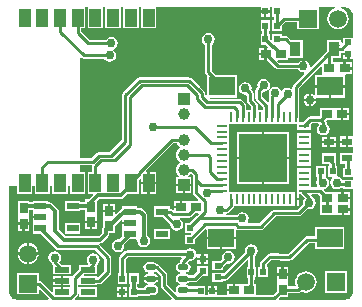
<source format=gtl>
G04*
G04 #@! TF.GenerationSoftware,Altium Limited,Altium Designer,18.0.9 (584)*
G04*
G04 Layer_Physical_Order=1*
G04 Layer_Color=255*
%FSLAX25Y25*%
%MOIN*%
G70*
G01*
G75*
%ADD12C,0.01000*%
%ADD15R,0.01968X0.02362*%
%ADD16R,0.02362X0.01968*%
%ADD17R,0.03543X0.02756*%
%ADD18R,0.08622X0.06299*%
%ADD19R,0.03600X0.04800*%
%ADD20R,0.03543X0.02362*%
%ADD21R,0.02756X0.03543*%
%ADD22R,0.04800X0.02000*%
%ADD23O,0.03740X0.02165*%
%ADD24R,0.03937X0.02362*%
%ADD25R,0.03937X0.05906*%
%ADD26R,0.16142X0.16142*%
%ADD27R,0.03347X0.01102*%
%ADD28R,0.01102X0.03347*%
%ADD49C,0.01200*%
%ADD50C,0.03937*%
%ADD51R,0.03937X0.03937*%
%ADD52C,0.05906*%
%ADD53R,0.05906X0.05906*%
%ADD54R,0.05906X0.05906*%
%ADD55C,0.03000*%
G36*
X213866Y198856D02*
X214407Y198633D01*
X214894Y198307D01*
X215307Y197894D01*
X215633Y197407D01*
X215857Y196867D01*
X215971Y196293D01*
Y188883D01*
X212499D01*
Y187267D01*
X212350Y187154D01*
X211950Y187353D01*
Y188210D01*
X207150D01*
Y184396D01*
X207109Y184355D01*
X207109Y184355D01*
X201793Y179039D01*
X201425Y179236D01*
X201451Y179370D01*
X201288Y180189D01*
X200824Y180884D01*
X200129Y181348D01*
X199710Y181432D01*
Y179370D01*
X198910D01*
Y181432D01*
X198491Y181348D01*
X197796Y180884D01*
X197534Y180492D01*
X191216D01*
X190635Y181072D01*
X190788Y181442D01*
X194191D01*
Y181834D01*
X194250Y182210D01*
X199050D01*
Y188210D01*
X195236D01*
X194313Y189133D01*
X193949Y189376D01*
X193520Y189462D01*
X193520Y189462D01*
X192144D01*
Y190121D01*
X188976D01*
Y188096D01*
X188606Y187943D01*
X188207Y188342D01*
Y190121D01*
X187744D01*
Y191099D01*
X188207D01*
Y194661D01*
X185039D01*
Y191099D01*
X185501D01*
Y190121D01*
X185039D01*
Y186559D01*
X186818D01*
X187609Y185767D01*
X187456Y185398D01*
X187101D01*
Y183420D01*
Y181434D01*
X189958Y178577D01*
X189958Y178577D01*
X190322Y178334D01*
X190751Y178249D01*
X197534D01*
X197796Y177856D01*
X198491Y177392D01*
X199310Y177229D01*
X199444Y177255D01*
X199641Y176887D01*
X195944Y173190D01*
X195701Y172826D01*
X195615Y172397D01*
X195615Y172397D01*
Y172047D01*
X195215Y171834D01*
X194879Y172058D01*
X194060Y172221D01*
X193241Y172058D01*
X192546Y171594D01*
X192213Y171095D01*
X192044Y171089D01*
X191765Y171145D01*
X191344Y171774D01*
X190649Y172238D01*
X189830Y172401D01*
X189011Y172238D01*
X188316Y171774D01*
X187852Y171079D01*
X187689Y170260D01*
X187808Y169660D01*
X187741Y169323D01*
X187741Y169323D01*
Y167421D01*
X187341Y167255D01*
X185542Y169055D01*
Y170476D01*
X185942Y170804D01*
X186070Y170779D01*
X186889Y170942D01*
X187584Y171406D01*
X188048Y172101D01*
X188211Y172920D01*
X188048Y173739D01*
X187584Y174434D01*
X186889Y174898D01*
X186070Y175061D01*
X185251Y174898D01*
X184556Y174434D01*
X184092Y173739D01*
X183929Y172920D01*
X184021Y172457D01*
X183627Y172063D01*
X183384Y171699D01*
X183298Y171270D01*
X183299Y171270D01*
Y168590D01*
X183298Y168590D01*
X183384Y168161D01*
X183627Y167797D01*
X185773Y165651D01*
Y164634D01*
X184079D01*
Y166293D01*
X184079Y166293D01*
X183993Y166722D01*
X183750Y167086D01*
X182682Y168155D01*
Y170260D01*
X182682Y170260D01*
X182596Y170689D01*
X182353Y171053D01*
X181969Y171437D01*
X182061Y171900D01*
X181898Y172719D01*
X181434Y173414D01*
X180739Y173878D01*
X179920Y174041D01*
X179101Y173878D01*
X178406Y173414D01*
X177942Y172719D01*
X177779Y171900D01*
X177942Y171081D01*
X178406Y170386D01*
X179101Y169922D01*
X179920Y169759D01*
X180038Y169782D01*
X180438Y169454D01*
Y167690D01*
X180438Y167690D01*
X180524Y167261D01*
X180767Y166897D01*
X181836Y165828D01*
Y164634D01*
X180142D01*
Y166340D01*
X180142Y166340D01*
X180056Y166769D01*
X179813Y167133D01*
X179813Y167133D01*
X178813Y168133D01*
X178449Y168377D01*
X178020Y168462D01*
X178020Y168462D01*
X168105D01*
X168099Y168470D01*
X168313Y168870D01*
X176999D01*
Y176370D01*
X170165D01*
X168692Y177843D01*
Y186504D01*
X169084Y186766D01*
X169548Y187461D01*
X169711Y188280D01*
X169548Y189099D01*
X169084Y189794D01*
X168389Y190258D01*
X167570Y190421D01*
X166751Y190258D01*
X166056Y189794D01*
X165592Y189099D01*
X165429Y188280D01*
X165592Y187461D01*
X166056Y186766D01*
X166448Y186504D01*
Y177378D01*
X166448Y177378D01*
X166534Y176949D01*
X166777Y176585D01*
X167177Y176185D01*
Y169772D01*
X166777Y169576D01*
X166609Y169705D01*
Y170228D01*
X166609Y170228D01*
X166524Y170657D01*
X166281Y171021D01*
X164882Y172420D01*
X164882Y172420D01*
X162008Y175293D01*
X161645Y175536D01*
X161215Y175622D01*
X161215Y175622D01*
X144737D01*
X144737Y175622D01*
X144308Y175536D01*
X143944Y175293D01*
X139007Y170356D01*
X138764Y169992D01*
X138678Y169563D01*
X138678Y169563D01*
Y154665D01*
X134635Y150622D01*
X131000D01*
X131000Y150622D01*
X130571Y150536D01*
X130207Y150293D01*
X130207Y150293D01*
X128535Y148622D01*
X124947D01*
Y181929D01*
X124969Y181949D01*
X125347Y182107D01*
X125591Y181944D01*
X126020Y181858D01*
X126020Y181858D01*
X132934D01*
X133196Y181466D01*
X133891Y181002D01*
X134710Y180839D01*
X135529Y181002D01*
X136224Y181466D01*
X136688Y182161D01*
X136851Y182980D01*
X136688Y183799D01*
X136224Y184494D01*
X135975Y184660D01*
X136079Y185072D01*
X136744Y185516D01*
X137208Y186211D01*
X137371Y187030D01*
X137208Y187849D01*
X136744Y188544D01*
X136049Y189008D01*
X135230Y189171D01*
X134411Y189008D01*
X133716Y188544D01*
X133454Y188152D01*
X127935D01*
X125169Y190917D01*
Y192006D01*
X126616D01*
Y198971D01*
X127384D01*
Y192006D01*
X132521D01*
Y198971D01*
X133290D01*
Y192006D01*
X138427D01*
Y198971D01*
X139195D01*
Y192006D01*
X144332D01*
Y198971D01*
X145101D01*
Y192006D01*
X150238D01*
Y198971D01*
X184987D01*
Y198000D01*
X188156D01*
Y198971D01*
X188924D01*
Y195819D01*
X189438D01*
Y194661D01*
X188976D01*
Y191099D01*
X192144D01*
Y192878D01*
X193295Y194028D01*
X197257D01*
Y191597D01*
X204363D01*
Y198703D01*
X204652Y198971D01*
X209705D01*
X209784Y198571D01*
X209018Y198253D01*
X208276Y197684D01*
X207707Y196942D01*
X207349Y196077D01*
X207227Y195150D01*
X207349Y194223D01*
X207707Y193358D01*
X208276Y192616D01*
X209018Y192047D01*
X209882Y191689D01*
X210810Y191567D01*
X211737Y191689D01*
X212602Y192047D01*
X213344Y192616D01*
X213913Y193358D01*
X214271Y194223D01*
X214393Y195150D01*
X214271Y196077D01*
X213913Y196942D01*
X213344Y197684D01*
X212602Y198253D01*
X211836Y198571D01*
X211915Y198971D01*
X213000D01*
X213293Y198971D01*
X213866Y198856D01*
D02*
G37*
G36*
X212430Y183762D02*
X214280D01*
Y183361D01*
X214680D01*
Y181777D01*
X215971D01*
Y155917D01*
X214300D01*
Y154136D01*
Y152355D01*
X215971D01*
Y150405D01*
X211528D01*
Y146843D01*
X213078D01*
Y145483D01*
X212419D01*
Y142314D01*
X215971D01*
Y141546D01*
X212419D01*
X212102Y141747D01*
X211944Y141984D01*
X211249Y142448D01*
X210623Y142573D01*
Y146021D01*
X210160D01*
Y147206D01*
X210075Y147635D01*
X210072Y147639D01*
Y150325D01*
X205328D01*
Y146763D01*
X207895D01*
X207917Y146741D01*
Y146021D01*
X207454D01*
Y142459D01*
X208907D01*
X209028Y142059D01*
X208916Y141984D01*
X208452Y141289D01*
X208289Y140470D01*
X208452Y139651D01*
X208916Y138956D01*
X209611Y138492D01*
X210430Y138329D01*
X211249Y138492D01*
X211770Y138840D01*
X212419D01*
Y138377D01*
X215971D01*
Y104500D01*
Y104207D01*
X215857Y103633D01*
X215633Y103093D01*
X215307Y102606D01*
X214894Y102193D01*
X214407Y101867D01*
X213866Y101644D01*
X213293Y101529D01*
X191187D01*
X191034Y101899D01*
X191544Y102409D01*
X194308D01*
Y103659D01*
X197511D01*
X197511Y103659D01*
X197940Y103745D01*
X198304Y103988D01*
X198502Y104186D01*
X199173Y103909D01*
X200100Y103787D01*
X201027Y103909D01*
X201892Y104267D01*
X202634Y104836D01*
X203203Y105578D01*
X203561Y106443D01*
X203683Y107370D01*
X203561Y108298D01*
X203203Y109162D01*
X202634Y109904D01*
X201892Y110473D01*
X201027Y110831D01*
X200100Y110953D01*
X199173Y110831D01*
X198308Y110473D01*
X197566Y109904D01*
X196997Y109162D01*
X196639Y108298D01*
X196517Y107370D01*
X196639Y106443D01*
X196725Y106235D01*
X196502Y105903D01*
X194308D01*
Y107127D01*
X194308Y107153D01*
Y107527D01*
X194308Y107553D01*
Y109499D01*
X190352D01*
Y107553D01*
X190352Y107527D01*
Y107153D01*
X190352Y107127D01*
Y104389D01*
X189084Y103121D01*
X183561D01*
Y106738D01*
X183253D01*
X182972Y107023D01*
X183000Y108929D01*
X183516D01*
Y112491D01*
X183026D01*
Y116058D01*
X183419Y116321D01*
X183883Y117015D01*
X184046Y117835D01*
X183883Y118654D01*
X183419Y119349D01*
X182724Y119813D01*
X181905Y119976D01*
X181085Y119813D01*
X180391Y119349D01*
X179927Y118654D01*
X179763Y117835D01*
X179856Y117372D01*
X172861Y110377D01*
X172461Y110516D01*
Y110516D01*
X168899D01*
Y107347D01*
X172461D01*
Y107810D01*
X173001D01*
X173002Y107810D01*
X173431Y107895D01*
X173795Y108138D01*
X180414Y114757D01*
X180783Y114604D01*
Y112491D01*
X180347D01*
Y108929D01*
X180472D01*
X180752Y108644D01*
X180726Y106866D01*
X180594Y106738D01*
X178817D01*
Y106738D01*
X178443D01*
Y106738D01*
X176471D01*
Y104760D01*
X176071D01*
Y104360D01*
X173699D01*
Y103121D01*
X170564D01*
Y103980D01*
X168980D01*
X167396D01*
Y103121D01*
X166627D01*
Y106161D01*
X163459D01*
Y105921D01*
X161315D01*
X161254Y106013D01*
X160697Y106385D01*
X160290Y106466D01*
Y106874D01*
X160697Y106955D01*
X161254Y107327D01*
X161315Y107419D01*
X163119D01*
X163119Y107418D01*
X163548Y107504D01*
X163912Y107747D01*
X165712Y109547D01*
X167491D01*
Y112716D01*
X163929D01*
Y110936D01*
X162654Y109662D01*
X161315D01*
X161254Y109753D01*
X160697Y110125D01*
X160290Y110206D01*
Y110614D01*
X160697Y110695D01*
X161254Y111067D01*
X161626Y111624D01*
X161756Y112280D01*
X161626Y112937D01*
X161254Y113493D01*
X160919Y113717D01*
X160848Y114212D01*
X161127Y114491D01*
X161590Y114399D01*
X162409Y114562D01*
X163104Y115026D01*
X163529Y115662D01*
X163776Y115648D01*
X163929Y115595D01*
Y115469D01*
X165310D01*
Y116653D01*
X164117D01*
X163929Y116653D01*
X163652Y116938D01*
X163568Y117359D01*
X163104Y118054D01*
X162409Y118518D01*
X161590Y118681D01*
X160771Y118518D01*
X160076Y118054D01*
X159974Y117902D01*
X140430D01*
X140430Y117902D01*
X140001Y117816D01*
X139637Y117573D01*
X139637Y117573D01*
X138147Y116083D01*
X137904Y115719D01*
X137818Y115290D01*
X137819Y115290D01*
Y110231D01*
X137356D01*
Y106669D01*
X140524D01*
Y110231D01*
X140062D01*
Y114825D01*
X140895Y115658D01*
X158600D01*
X158753Y115289D01*
X158437Y114973D01*
X158194Y114609D01*
X158108Y114180D01*
X157818Y113867D01*
X157809Y113865D01*
X157253Y113493D01*
X156881Y112937D01*
X156750Y112280D01*
X156881Y111624D01*
X157253Y111067D01*
X157809Y110695D01*
X158217Y110614D01*
Y110206D01*
X157809Y110125D01*
X157253Y109753D01*
X156881Y109197D01*
X156750Y108540D01*
X156881Y107883D01*
X157253Y107327D01*
X157809Y106955D01*
X158217Y106874D01*
Y106466D01*
X157809Y106385D01*
X157253Y106013D01*
X156881Y105456D01*
X156750Y104800D01*
X156869Y104203D01*
X156731Y104066D01*
X156539Y103967D01*
X153932Y106574D01*
Y109840D01*
X153846Y110269D01*
X153603Y110633D01*
X153603Y110633D01*
X151163Y113073D01*
X150799Y113316D01*
X150506Y113374D01*
X150427Y113493D01*
X149871Y113865D01*
X149214Y113996D01*
X147639D01*
X146983Y113865D01*
X146426Y113493D01*
X146054Y112937D01*
X145924Y112280D01*
X146054Y111624D01*
X146426Y111067D01*
X146983Y110695D01*
X147390Y110614D01*
Y110206D01*
X146983Y110125D01*
X146426Y109753D01*
X146054Y109197D01*
X146003Y108940D01*
X148427D01*
X150850D01*
X150799Y109197D01*
X150427Y109753D01*
X149871Y110125D01*
X149463Y110206D01*
Y110614D01*
X149871Y110695D01*
X150169Y110895D01*
X151689Y109375D01*
Y106110D01*
X151689Y106110D01*
X151774Y105681D01*
X152017Y105317D01*
X155435Y101899D01*
X155282Y101529D01*
X123214D01*
X123061Y101899D01*
X123833Y102671D01*
X123833Y102671D01*
X124076Y103035D01*
X124162Y103464D01*
X124560Y103461D01*
Y102540D01*
X130560D01*
Y105740D01*
X124562D01*
X124162Y105744D01*
Y106236D01*
X124560Y106240D01*
Y106240D01*
X130560D01*
Y106719D01*
X131280D01*
X131280Y106718D01*
X131709Y106804D01*
X132073Y107047D01*
X134883Y109857D01*
X135126Y110221D01*
X135212Y110650D01*
X135212Y110650D01*
Y115500D01*
X135212Y115500D01*
X135126Y115929D01*
X134883Y116293D01*
X134883Y116293D01*
X131300Y119877D01*
X131465Y120276D01*
X131530D01*
X131998Y120370D01*
X132395Y120635D01*
X134273Y122512D01*
X134538Y122909D01*
X134631Y123377D01*
Y123569D01*
X136418D01*
Y126189D01*
X138399Y128169D01*
X138768Y128016D01*
Y127490D01*
X141337D01*
Y126690D01*
X138768D01*
Y125531D01*
X138768Y125309D01*
X138768Y124909D01*
Y122367D01*
X137970Y121569D01*
X137507Y121661D01*
X136687Y121498D01*
X135993Y121034D01*
X135529Y120339D01*
X135454Y119965D01*
X135444Y119949D01*
X135358Y119520D01*
X135444Y119091D01*
X135454Y119075D01*
X135529Y118701D01*
X135993Y118006D01*
X136687Y117542D01*
X137507Y117379D01*
X138326Y117542D01*
X139021Y118006D01*
X139485Y118701D01*
X139648Y119520D01*
X139556Y119983D01*
X141142Y121569D01*
X143602D01*
X143933Y121180D01*
X143909Y121060D01*
X144072Y120241D01*
X144536Y119546D01*
X145231Y119082D01*
X146050Y118919D01*
X146869Y119082D01*
X147564Y119546D01*
X148028Y120241D01*
X148191Y121060D01*
X148028Y121879D01*
X147564Y122574D01*
X147274Y122768D01*
Y129690D01*
X147180Y130158D01*
X146915Y130555D01*
X145775Y131695D01*
X145378Y131961D01*
X144910Y132054D01*
X143905D01*
Y132611D01*
X138768D01*
Y131898D01*
X138464Y131695D01*
X136787Y130019D01*
X136418Y130172D01*
Y130659D01*
X132462D01*
Y128687D01*
X132462D01*
Y128313D01*
X132462D01*
X132462Y128287D01*
Y125743D01*
X132277Y125467D01*
X132184Y124998D01*
Y123884D01*
X131023Y122723D01*
X119977D01*
X117794Y124907D01*
Y130930D01*
X117700Y131398D01*
X117435Y131795D01*
X115625Y133605D01*
X115228Y133871D01*
X114760Y133964D01*
X114155D01*
Y134521D01*
X109018D01*
Y133964D01*
X107978D01*
Y134372D01*
X104022D01*
Y129654D01*
X104022Y129628D01*
Y129253D01*
X104022Y129228D01*
Y127282D01*
X106000D01*
X107978D01*
Y129228D01*
X107978Y129253D01*
Y129628D01*
X107978Y129654D01*
Y131517D01*
X108735D01*
X109018Y131234D01*
Y130959D01*
X109018Y130559D01*
Y129400D01*
X111587D01*
Y128600D01*
X109018D01*
Y127441D01*
X109018Y127219D01*
X109018Y126819D01*
Y123479D01*
X111782D01*
X116823Y118437D01*
X116823Y118437D01*
X117187Y118194D01*
X117616Y118108D01*
X129895D01*
X132968Y115035D01*
Y111115D01*
X130960Y109106D01*
X130560Y109272D01*
Y109440D01*
X126214D01*
X126005Y109840D01*
X126075Y109940D01*
X130560D01*
Y113116D01*
X130784Y113266D01*
X131248Y113961D01*
X131411Y114780D01*
X131248Y115599D01*
X130784Y116294D01*
X130089Y116758D01*
X129270Y116921D01*
X128451Y116758D01*
X127756Y116294D01*
X127292Y115599D01*
X127129Y114780D01*
X127292Y113961D01*
X127573Y113540D01*
X127359Y113140D01*
X124560D01*
Y111846D01*
X122247Y109533D01*
X122160Y109403D01*
X121760Y109440D01*
X121704D01*
X119160D01*
Y107840D01*
Y106240D01*
X121466Y106240D01*
X121610Y105990D01*
X121466Y105740D01*
X119160D01*
Y104140D01*
X118360D01*
Y105740D01*
X115760D01*
Y104293D01*
X115390Y104140D01*
X111887Y107643D01*
X111524Y107886D01*
X111094Y107972D01*
X111073Y108353D01*
Y110403D01*
X103967D01*
Y103297D01*
X111073D01*
Y104763D01*
X111442Y104916D01*
X114459Y101899D01*
X114306Y101529D01*
X103707D01*
X103133Y101644D01*
X102593Y101867D01*
X102106Y102193D01*
X101693Y102606D01*
X101367Y103093D01*
X101144Y103633D01*
X101029Y104207D01*
Y104500D01*
Y139491D01*
X103762D01*
Y136888D01*
X108899D01*
Y139491D01*
X109668D01*
Y136888D01*
X114805D01*
Y139491D01*
X115573D01*
Y136888D01*
X120710D01*
Y139491D01*
X121479D01*
Y136888D01*
X126616D01*
Y143994D01*
X124947D01*
Y146378D01*
X128677D01*
X128831Y146190D01*
X128831Y146190D01*
Y143994D01*
X127384D01*
Y136888D01*
X129135D01*
X129288Y136519D01*
X127700Y134931D01*
X126522D01*
Y133964D01*
X124982D01*
Y134521D01*
X119845D01*
Y130959D01*
X124982D01*
Y131517D01*
X126522D01*
Y130213D01*
X126522Y130187D01*
Y129813D01*
X126522Y129787D01*
Y127841D01*
X128500D01*
X130478D01*
Y129787D01*
X130478Y129813D01*
Y130187D01*
X130478Y130213D01*
Y134248D01*
X131295Y135065D01*
X138324D01*
X138792Y135158D01*
X139189Y135423D01*
X140654Y136888D01*
X144332D01*
Y141423D01*
X144731Y141822D01*
X145101Y141669D01*
Y140841D01*
X147269D01*
Y143994D01*
X146854D01*
X146701Y144363D01*
X155966Y153628D01*
X157084D01*
X157156Y153455D01*
X157568Y152918D01*
X158105Y152506D01*
X158241Y152450D01*
Y152050D01*
X158105Y151994D01*
X157568Y151582D01*
X157156Y151045D01*
X156898Y150420D01*
X156809Y149750D01*
X156898Y149080D01*
X157156Y148455D01*
X157568Y147918D01*
X158105Y147506D01*
X158241Y147450D01*
Y147050D01*
X158105Y146994D01*
X157568Y146582D01*
X157156Y146045D01*
X156898Y145421D01*
X156809Y144750D01*
X156898Y144079D01*
X157156Y143455D01*
X157568Y142918D01*
X157828Y142719D01*
X157693Y142318D01*
X156832D01*
Y140150D01*
X159400D01*
X161969D01*
Y142318D01*
X161108D01*
X160972Y142719D01*
X161232Y142918D01*
X161486Y143249D01*
X161988Y143313D01*
X162467Y142834D01*
Y141389D01*
X162467Y141389D01*
X162467Y141389D01*
Y137084D01*
X162467Y137084D01*
X162553Y136655D01*
X162796Y136291D01*
X164319Y134767D01*
X164166Y134398D01*
X161204D01*
X161178Y134398D01*
Y134398D01*
X160803D01*
Y134398D01*
X158832D01*
Y132420D01*
X158432D01*
Y132020D01*
X156060D01*
Y131651D01*
X155691Y131498D01*
X155566Y131623D01*
X155202Y131866D01*
X154773Y131952D01*
X154732Y132337D01*
Y132611D01*
X149595D01*
Y129049D01*
X152358D01*
X154885Y126522D01*
X155038Y125754D01*
X155502Y125060D01*
X156197Y124595D01*
X157016Y124433D01*
X157836Y124595D01*
X158530Y125060D01*
X158995Y125754D01*
X159158Y126574D01*
X158995Y127393D01*
X158530Y128088D01*
X158032Y128420D01*
X158154Y128821D01*
X161072D01*
X161072Y128821D01*
X161501Y128906D01*
X161865Y129149D01*
X163158Y130442D01*
X164169D01*
X164322Y130072D01*
X163712Y129463D01*
X163672Y129403D01*
X163612Y129363D01*
X161262Y127013D01*
X159689D01*
Y123844D01*
X161754D01*
X161907Y123475D01*
X161508Y123076D01*
X159689D01*
Y119907D01*
X163251D01*
Y121646D01*
X166639Y125034D01*
X167008Y124881D01*
Y122390D01*
X171919D01*
X176830D01*
Y124654D01*
X176996Y124743D01*
X177230Y124828D01*
X177605Y124753D01*
X177605Y124753D01*
X185065D01*
X185065Y124753D01*
X185494Y124839D01*
X185858Y125082D01*
X190085Y129308D01*
X197850D01*
X197850Y129308D01*
X198279Y129394D01*
X198643Y129637D01*
X200777Y131771D01*
X201240Y131679D01*
X202059Y131842D01*
X202754Y132306D01*
X203218Y133001D01*
X203381Y133820D01*
X203218Y134639D01*
X202754Y135334D01*
X202322Y135623D01*
X202276Y135853D01*
X202033Y136217D01*
X202033Y136217D01*
X201976Y136275D01*
X202073Y136622D01*
X202128Y136688D01*
X204286D01*
X204839Y136135D01*
Y133372D01*
X204910D01*
Y129592D01*
X209628D01*
X209653Y129592D01*
X210028D01*
X210053Y129592D01*
X212000D01*
Y131570D01*
X212400D01*
Y131970D01*
X214772D01*
Y133548D01*
X214701D01*
Y134950D01*
X212329D01*
Y135350D01*
X211929D01*
Y137328D01*
X209983D01*
X209957Y137328D01*
X209583D01*
X209557Y137328D01*
X206819D01*
X206145Y138002D01*
X206261Y138384D01*
X206499Y138432D01*
X207194Y138896D01*
X207658Y139591D01*
X207821Y140410D01*
X207658Y141229D01*
X207194Y141924D01*
X206875Y142137D01*
X206686Y142459D01*
Y146021D01*
X203517D01*
Y142459D01*
X203728D01*
Y141269D01*
X203702Y141229D01*
X203539Y140410D01*
X203702Y139591D01*
X203906Y139284D01*
X203718Y138932D01*
X201970D01*
X201970Y138932D01*
X201875Y139266D01*
X201864Y139323D01*
Y144576D01*
Y145327D01*
X199591D01*
X197318D01*
Y144576D01*
Y142608D01*
Y140639D01*
Y138671D01*
Y137272D01*
X197137D01*
Y135399D01*
X197888D01*
Y136702D01*
X198376D01*
X199728Y135351D01*
X199726Y135334D01*
X199262Y134639D01*
X199099Y133820D01*
X199191Y133357D01*
X197385Y131552D01*
X189620D01*
X189191Y131466D01*
X188827Y131223D01*
X188827Y131223D01*
X184600Y126997D01*
X180895D01*
X180682Y127397D01*
X180918Y127751D01*
X181081Y128570D01*
X180918Y129389D01*
X180454Y130084D01*
X179759Y130548D01*
X178940Y130711D01*
X178121Y130548D01*
X177426Y130084D01*
X177230Y129791D01*
X173853D01*
X173627Y130191D01*
X173631Y130199D01*
X173640D01*
X173640Y130198D01*
X174069Y130284D01*
X174433Y130527D01*
X175876Y131970D01*
X175876Y131970D01*
X176119Y132334D01*
X176197Y132726D01*
X196337D01*
Y134999D01*
Y137272D01*
X174502D01*
Y138671D01*
Y140639D01*
Y142608D01*
Y144576D01*
Y146545D01*
Y148513D01*
Y150482D01*
Y152450D01*
Y154419D01*
Y156387D01*
Y158356D01*
Y160088D01*
X197318D01*
Y158356D01*
Y157938D01*
X199591D01*
X201864D01*
Y160194D01*
X202047Y160376D01*
X204287D01*
X204507Y160005D01*
X204487Y159929D01*
X204376Y159854D01*
X203912Y159159D01*
X203749Y158340D01*
X203912Y157521D01*
X204376Y156826D01*
X205071Y156362D01*
X205696Y156237D01*
X205698Y156237D01*
X205689Y156144D01*
D01*
Y156144D01*
X205689D01*
X205464Y155837D01*
X205328D01*
Y154456D01*
X207300D01*
Y155837D01*
X206316D01*
X206091Y156144D01*
X206091D01*
Y156144D01*
D01*
X206082Y156237D01*
X206084Y156237D01*
X206709Y156362D01*
X207404Y156826D01*
X207868Y157521D01*
X208031Y158340D01*
X207868Y159159D01*
X207404Y159854D01*
X207012Y160116D01*
Y160677D01*
X207012Y160677D01*
X206929Y161092D01*
X206927Y161107D01*
X207149Y161492D01*
X209387D01*
X209413Y161492D01*
X209787D01*
X209813Y161492D01*
X211759D01*
Y163470D01*
Y165448D01*
X209813D01*
X209787Y165448D01*
X209413D01*
X209387Y165448D01*
X204669D01*
Y162685D01*
X204604Y162619D01*
X201582D01*
X201582Y162619D01*
X201153Y162534D01*
X200789Y162291D01*
X199156Y160658D01*
X197888D01*
Y164634D01*
X197858D01*
Y171932D01*
X205161Y179235D01*
X205530Y179081D01*
Y176770D01*
X205530Y176622D01*
X205235Y176370D01*
X203319D01*
Y173020D01*
X213141D01*
Y176222D01*
X213141Y176370D01*
X213437Y176622D01*
X215392D01*
Y178200D01*
X213020D01*
Y178600D01*
X212620D01*
Y180578D01*
X210673D01*
X210648Y180578D01*
X210274D01*
X210248Y180578D01*
X209023D01*
Y182210D01*
X211950D01*
Y183769D01*
X212141Y183937D01*
X212430Y183762D01*
D02*
G37*
%LPC*%
G36*
X188156Y197200D02*
X186971D01*
Y195819D01*
X188156D01*
Y197200D01*
D02*
G37*
G36*
X186171D02*
X184987D01*
Y195819D01*
X186171D01*
Y197200D01*
D02*
G37*
G36*
X186301Y185398D02*
X184329D01*
Y183820D01*
X186301D01*
Y185398D01*
D02*
G37*
G36*
Y183020D02*
X184329D01*
Y181442D01*
X186301D01*
Y183020D01*
D02*
G37*
G36*
X213880Y182961D02*
X212499D01*
Y181777D01*
X213880D01*
Y182961D01*
D02*
G37*
G36*
X213420Y180578D02*
Y179000D01*
X215392D01*
Y180578D01*
X213420D01*
D02*
G37*
G36*
X207830Y172220D02*
X203319D01*
Y169763D01*
X202919Y169667D01*
X202259Y170108D01*
X201840Y170192D01*
Y168530D01*
X203502D01*
X203495Y168561D01*
X203749Y168870D01*
X207830D01*
Y172220D01*
D02*
G37*
G36*
X213141D02*
X208630D01*
Y168870D01*
X213141D01*
Y172220D01*
D02*
G37*
G36*
X201040Y170192D02*
X200621Y170108D01*
X199926Y169644D01*
X199462Y168949D01*
X199378Y168530D01*
X201040D01*
Y170192D01*
D02*
G37*
G36*
X203502Y167730D02*
X201840D01*
Y166068D01*
X202259Y166152D01*
X202954Y166616D01*
X203418Y167311D01*
X203502Y167730D01*
D02*
G37*
G36*
X201040D02*
X199378D01*
X199462Y167311D01*
X199926Y166616D01*
X200621Y166152D01*
X201040Y166068D01*
Y167730D01*
D02*
G37*
G36*
X212559Y165448D02*
Y163870D01*
X214531D01*
Y165448D01*
X212559D01*
D02*
G37*
G36*
X214531Y163070D02*
X212559D01*
Y161492D01*
X214531D01*
Y163070D01*
D02*
G37*
G36*
X213500Y155917D02*
X211528D01*
Y154536D01*
X213500D01*
Y155917D01*
D02*
G37*
G36*
X210072Y155837D02*
X208100D01*
Y154456D01*
X210072D01*
Y155837D01*
D02*
G37*
G36*
X213500Y153736D02*
X211528D01*
Y152355D01*
X213500D01*
Y153736D01*
D02*
G37*
G36*
X210072Y153656D02*
X208100D01*
Y152275D01*
X210072D01*
Y153656D01*
D02*
G37*
G36*
X207300D02*
X205328D01*
Y152275D01*
X207300D01*
Y153656D01*
D02*
G37*
G36*
X201864Y157138D02*
X199591D01*
X197318D01*
Y156387D01*
Y154419D01*
Y152450D01*
Y152033D01*
X199591D01*
X201864D01*
Y152450D01*
Y156387D01*
Y157138D01*
D02*
G37*
G36*
X194581Y157351D02*
X186310D01*
Y149080D01*
X194581D01*
Y157351D01*
D02*
G37*
G36*
X185510D02*
X177239D01*
Y149080D01*
X185510D01*
Y157351D01*
D02*
G37*
G36*
X201864Y151233D02*
X199591D01*
X197318D01*
Y150482D01*
Y148513D01*
Y146545D01*
Y146127D01*
X199591D01*
X201864D01*
Y148513D01*
Y151233D01*
D02*
G37*
G36*
X150238Y143994D02*
X148069D01*
Y140841D01*
X150238D01*
Y143994D01*
D02*
G37*
G36*
X194581Y148280D02*
X186310D01*
Y140009D01*
X194581D01*
Y148280D01*
D02*
G37*
G36*
X185510D02*
X177239D01*
Y140009D01*
X185510D01*
Y148280D01*
D02*
G37*
G36*
X161969Y139350D02*
X159800D01*
Y137181D01*
X161969D01*
Y139350D01*
D02*
G37*
G36*
X159000D02*
X156832D01*
Y137181D01*
X159000D01*
Y139350D01*
D02*
G37*
G36*
X150238Y140041D02*
X148069D01*
Y136888D01*
X150238D01*
Y140041D01*
D02*
G37*
G36*
X147269D02*
X145101D01*
Y136888D01*
X147269D01*
Y140041D01*
D02*
G37*
G36*
X212729Y137328D02*
Y135750D01*
X214701D01*
Y137328D01*
X212729D01*
D02*
G37*
G36*
X158032Y134398D02*
X156060D01*
Y132820D01*
X158032D01*
Y134398D01*
D02*
G37*
G36*
X197888Y134599D02*
X197137D01*
Y132726D01*
X197888D01*
Y134599D01*
D02*
G37*
G36*
X136418Y133431D02*
X134840D01*
Y131459D01*
X136418D01*
Y133431D01*
D02*
G37*
G36*
X134040D02*
X132462D01*
Y131459D01*
X134040D01*
Y133431D01*
D02*
G37*
G36*
X214772Y131170D02*
X212800D01*
Y129592D01*
X214772D01*
Y131170D01*
D02*
G37*
G36*
X130478Y127041D02*
X128900D01*
Y125069D01*
X130478D01*
Y127041D01*
D02*
G37*
G36*
X128100D02*
X126522D01*
Y125069D01*
X128100D01*
Y127041D01*
D02*
G37*
G36*
X107978Y126482D02*
X106400D01*
Y124510D01*
X107978D01*
Y126482D01*
D02*
G37*
G36*
X105600D02*
X104022D01*
Y124510D01*
X105600D01*
Y126482D01*
D02*
G37*
G36*
X124982Y127041D02*
X119845D01*
Y123479D01*
X124982D01*
Y127041D01*
D02*
G37*
G36*
X212972Y125740D02*
X203150D01*
Y122890D01*
X202865Y122609D01*
X200625Y122642D01*
X200195Y122563D01*
X199827Y122325D01*
X199827Y122325D01*
X194145Y116809D01*
X188118Y116898D01*
X188118Y116898D01*
X187687Y116819D01*
X187320Y116581D01*
X187320Y116581D01*
X185131Y114456D01*
X185131Y114456D01*
X184882Y114095D01*
X184791Y113668D01*
X184773Y112491D01*
X184284D01*
Y108929D01*
X187453D01*
Y112491D01*
X187307D01*
X187025Y112777D01*
X187030Y113173D01*
X188549Y114648D01*
X194576Y114559D01*
X195007Y114638D01*
X195374Y114876D01*
X195374Y114876D01*
X201056Y120392D01*
X203150Y120361D01*
Y118240D01*
X212972D01*
Y125740D01*
D02*
G37*
G36*
X154732Y125131D02*
X149595D01*
Y121569D01*
X154732D01*
Y125131D01*
D02*
G37*
G36*
X176830Y121590D02*
X172319D01*
Y118240D01*
X176830D01*
Y121590D01*
D02*
G37*
G36*
X171519D02*
X167008D01*
Y118240D01*
X171519D01*
Y121590D01*
D02*
G37*
G36*
X107920Y120381D02*
Y117250D01*
X111051D01*
X110981Y117777D01*
X110623Y118642D01*
X110054Y119384D01*
X109312Y119953D01*
X108448Y120311D01*
X107920Y120381D01*
D02*
G37*
G36*
X107120D02*
X106593Y120311D01*
X105728Y119953D01*
X104986Y119384D01*
X104417Y118642D01*
X104059Y117777D01*
X103989Y117250D01*
X107120D01*
Y120381D01*
D02*
G37*
G36*
X166110Y116653D02*
Y115469D01*
X167491D01*
Y116653D01*
X166110D01*
D02*
G37*
G36*
X174220Y117781D02*
X173401Y117618D01*
X172706Y117154D01*
X172242Y116459D01*
X172079Y115640D01*
X172171Y115177D01*
X171447Y114453D01*
X168899D01*
Y111284D01*
X172461D01*
Y112295D01*
X173757Y113591D01*
X174220Y113499D01*
X175039Y113662D01*
X175734Y114126D01*
X176198Y114821D01*
X176361Y115640D01*
X176198Y116459D01*
X175734Y117154D01*
X175039Y117618D01*
X174220Y117781D01*
D02*
G37*
G36*
X167491Y114669D02*
X166110D01*
Y113484D01*
X167491D01*
Y114669D01*
D02*
G37*
G36*
X165310D02*
X163929D01*
Y113484D01*
X165310D01*
Y114669D01*
D02*
G37*
G36*
X111051Y116450D02*
X107920D01*
Y113319D01*
X108448Y113389D01*
X109312Y113747D01*
X110054Y114316D01*
X110623Y115058D01*
X110981Y115923D01*
X111051Y116450D01*
D02*
G37*
G36*
X107120D02*
X103989D01*
X104059Y115923D01*
X104417Y115058D01*
X104986Y114316D01*
X105728Y113747D01*
X106593Y113389D01*
X107120Y113319D01*
Y116450D01*
D02*
G37*
G36*
X194308Y112271D02*
X192730D01*
Y110299D01*
X194308D01*
Y112271D01*
D02*
G37*
G36*
X191930D02*
X190352D01*
Y110299D01*
X191930D01*
Y112271D01*
D02*
G37*
G36*
X116390Y117561D02*
X115571Y117398D01*
X114876Y116934D01*
X114412Y116239D01*
X114249Y115420D01*
X114412Y114601D01*
X114876Y113906D01*
X115330Y113603D01*
X115354Y113481D01*
X115597Y113117D01*
X115760Y112954D01*
Y109940D01*
X121760D01*
Y113140D01*
X118746D01*
X117935Y113952D01*
X118368Y114601D01*
X118531Y115420D01*
X118368Y116239D01*
X117904Y116934D01*
X117209Y117398D01*
X116390Y117561D01*
D02*
G37*
G36*
X118360Y109440D02*
X115760D01*
Y108240D01*
X118360D01*
Y109440D01*
D02*
G37*
G36*
Y107440D02*
X115760D01*
Y106240D01*
X118360D01*
Y107440D01*
D02*
G37*
G36*
X175671Y106738D02*
X173699D01*
Y105160D01*
X175671D01*
Y106738D01*
D02*
G37*
G36*
X170564Y106161D02*
X169380D01*
Y104780D01*
X170564D01*
Y106161D01*
D02*
G37*
G36*
X168580D02*
X167396D01*
Y104780D01*
X168580D01*
Y106161D01*
D02*
G37*
G36*
X140376Y105861D02*
X139191D01*
Y104480D01*
X140376D01*
Y105861D01*
D02*
G37*
G36*
X138391D02*
X137207D01*
Y104480D01*
X138391D01*
Y105861D01*
D02*
G37*
G36*
X213653Y110923D02*
X206547D01*
Y103817D01*
X213653D01*
Y110923D01*
D02*
G37*
G36*
X144461Y110231D02*
X141293D01*
Y106669D01*
X141505D01*
Y105861D01*
X141144D01*
Y102299D01*
X144313D01*
Y102857D01*
X147707D01*
X148175Y102950D01*
X148376Y103084D01*
X149214D01*
X149871Y103215D01*
X150427Y103587D01*
X150799Y104143D01*
X150930Y104800D01*
X150799Y105456D01*
X150427Y106013D01*
X149871Y106385D01*
X149463Y106466D01*
Y106874D01*
X149871Y106955D01*
X150427Y107327D01*
X150799Y107883D01*
X150850Y108140D01*
X148427D01*
X146003D01*
X146054Y107883D01*
X146426Y107327D01*
X146983Y106955D01*
X147390Y106874D01*
Y106466D01*
X146983Y106385D01*
X146426Y106013D01*
X146054Y105456D01*
X146024Y105304D01*
X144313D01*
Y105861D01*
X143952D01*
Y106669D01*
X144461D01*
Y110231D01*
D02*
G37*
G36*
X140376Y103680D02*
X139191D01*
Y102299D01*
X140376D01*
Y103680D01*
D02*
G37*
G36*
X138391D02*
X137207D01*
Y102299D01*
X138391D01*
Y103680D01*
D02*
G37*
%LPD*%
D12*
X137507Y119520D02*
X141337Y123350D01*
X136480Y119520D02*
X137507D01*
X140430Y116780D02*
X161350D01*
X129270Y113250D02*
Y114780D01*
X127560Y111540D02*
X129270Y113250D01*
X198884Y137780D02*
X199664D01*
X198884D02*
X201240Y135424D01*
X161470Y121451D02*
X166629Y126610D01*
X171449Y112868D02*
X174220Y115640D01*
X205890Y158340D02*
Y160677D01*
X205069Y161498D02*
X205890Y160677D01*
X207211Y135350D02*
X207282Y135279D01*
X204751Y137810D02*
X207211Y135350D01*
X207282Y131570D02*
Y135279D01*
X197850Y130430D02*
X201240Y133820D01*
X189620Y130430D02*
X197850D01*
X213746Y154056D02*
X214060Y154370D01*
X199664Y137780D02*
X201940D01*
X201240Y133820D02*
X201290Y133770D01*
X201240Y133820D02*
Y135424D01*
X181905Y110710D02*
Y117835D01*
X173002Y108932D02*
X181905Y117835D01*
X170680Y108932D02*
X173002D01*
X185065Y125875D02*
X189620Y130430D01*
X181905Y110710D02*
X181905Y110710D01*
X181841Y106385D02*
X181905Y110710D01*
X181931D01*
X189800Y170260D02*
X189830D01*
X184420Y171270D02*
X186070Y172920D01*
X184420Y168590D02*
Y171270D01*
Y168590D02*
X186894Y166116D01*
Y162361D02*
Y166116D01*
X188863Y169323D02*
X189800Y170260D01*
X179920Y171900D02*
X181560Y170260D01*
X194060Y169970D02*
Y170080D01*
X196737Y172397D02*
X207902Y183562D01*
X196737Y162361D02*
Y172397D01*
X161350Y116780D02*
X161590Y116540D01*
X159230Y114180D02*
X161590Y116540D01*
X156920Y102000D02*
X189549D01*
X178840Y128670D02*
X178940Y128570D01*
X181189Y104760D02*
X181204Y105767D01*
X181841Y106385D01*
X170680Y112868D02*
X171449D01*
X177605Y125875D02*
X185065D01*
X201970Y137810D02*
X204751D01*
X201940D02*
X201970D01*
X201940Y137780D02*
X201970Y137810D01*
X205650Y140410D02*
X205680D01*
X204850Y141210D02*
X205650Y140410D01*
X204850Y141210D02*
Y143989D01*
X199591Y137853D02*
X199664Y137780D01*
X205069Y161498D02*
X207041Y163470D01*
X201582Y161498D02*
X205069D01*
X199591Y159507D02*
X201582Y161498D01*
X208052Y121411D02*
X209440Y121390D01*
X200608Y121521D02*
X208052Y121411D01*
X185869Y110710D02*
X185912Y113651D01*
X188101Y115776D01*
X194593Y115680D01*
X200608Y121521D01*
X176870Y126610D02*
X177605Y125875D01*
X166629Y126610D02*
X176870D01*
X161470Y125428D02*
Y125635D01*
X164405Y128570D01*
X207902Y178600D02*
Y183562D01*
X125840Y111540D02*
X127560D01*
X123040Y108740D02*
X125840Y111540D01*
X123040Y103464D02*
Y108740D01*
X121616Y102040D02*
X123040Y103464D01*
X111094Y106850D02*
X115904Y102040D01*
X107520Y106850D02*
X111094D01*
X144601Y143849D02*
X155501Y154750D01*
X144601Y143278D02*
Y143849D01*
X131280Y107840D02*
X134090Y110650D01*
X127560Y107840D02*
X131280D01*
X134090Y110650D02*
Y115500D01*
X130360Y119230D02*
X134090Y115500D01*
X117616Y119230D02*
X130360D01*
X111587Y125260D02*
X117616Y119230D01*
X163119Y108540D02*
X165710Y111132D01*
X159253Y108540D02*
X163119D01*
X152810Y106110D02*
X156920Y102000D01*
X159253Y104800D02*
X164623D01*
X124047Y190453D02*
X127470Y187030D01*
X181560Y167690D02*
Y170260D01*
Y167690D02*
X182957Y166293D01*
X210570Y140610D02*
X211219Y139962D01*
X190751Y179370D02*
X199310D01*
X190831Y166741D02*
X194060Y169970D01*
X190831Y162361D02*
Y166741D01*
X188863Y162361D02*
Y169323D01*
X182957Y162361D02*
Y166293D01*
X179020Y162361D02*
Y166340D01*
X178020Y167340D02*
X179020Y166340D01*
X167262Y167340D02*
X178020D01*
X177052Y162361D02*
Y164789D01*
X176100Y165740D02*
X177052Y164789D01*
X166600Y165740D02*
X176100D01*
X186701Y183420D02*
X190751Y179370D01*
X163589Y137084D02*
Y141389D01*
X167160Y137210D02*
Y137526D01*
X166422Y130586D02*
Y134254D01*
X165777Y134898D02*
X166422Y134254D01*
X165775Y134898D02*
X165777D01*
X163589Y137084D02*
X165775Y134898D01*
X159400Y149750D02*
X167390D01*
X168110Y149030D01*
Y144098D02*
Y149030D01*
Y144098D02*
X170418Y141790D01*
X164505Y128670D02*
X178840D01*
X164505D02*
X166422Y130586D01*
X155661Y129942D02*
X161072D01*
X160553Y172900D02*
X163888Y169565D01*
Y168452D02*
Y169565D01*
Y168452D02*
X166600Y165740D01*
X164088Y171627D02*
X164088D01*
X165488Y170228D01*
Y169115D02*
Y170228D01*
Y169115D02*
X167262Y167340D01*
X169784Y139822D02*
X172229D01*
X169770Y139807D02*
X169784Y139822D01*
X170418Y141790D02*
X172229D01*
X207902Y183562D02*
X209550Y185210D01*
X167570Y177378D02*
X170768Y174180D01*
X172979D01*
X213900Y148624D02*
X214200Y148324D01*
Y143898D02*
Y148324D01*
X207700Y148544D02*
X209038Y147206D01*
Y144240D02*
Y147206D01*
X210430Y140470D02*
X210570Y140610D01*
X159230Y114180D02*
X159253D01*
Y112280D02*
Y114180D01*
X152810Y106110D02*
Y109840D01*
X150370Y112280D02*
X152810Y109840D01*
X148427Y112280D02*
X150370D01*
X156420Y126574D02*
X157016D01*
X138940Y115290D02*
X140430Y116780D01*
X138940Y108450D02*
Y115290D01*
X152163Y130830D02*
X156420Y126574D01*
X171410Y131320D02*
X173640D01*
X167570Y177378D02*
Y188280D01*
X161215Y174500D02*
X164088Y171627D01*
X163060Y159140D02*
X168599Y153601D01*
X144737Y174500D02*
X161215D01*
X145400Y172900D02*
X160553D01*
X149250Y159140D02*
X163060D01*
X139800Y169563D02*
X144737Y174500D01*
X139800Y154200D02*
Y169563D01*
X135100Y149500D02*
X139800Y154200D01*
X141400Y168900D02*
X145400Y172900D01*
X141400Y152900D02*
Y168900D01*
X136400Y147900D02*
X141400Y152900D01*
X168599Y153601D02*
X172229D01*
X168240Y139807D02*
X169770D01*
X168237Y139810D02*
X168240Y139807D01*
X165173Y139810D02*
X168237D01*
X165171Y139807D02*
X165173Y139810D01*
X163589Y141389D02*
X165171Y139807D01*
X158432Y132420D02*
Y133111D01*
X161072Y129942D02*
X163550Y132420D01*
X154772Y130830D02*
X155661Y129942D01*
X152163Y130830D02*
X154772D01*
X141764Y138186D02*
Y139728D01*
X147669Y140441D02*
X148360Y139750D01*
X158432Y138782D02*
X159400Y139750D01*
X164623Y104800D02*
X165043Y104380D01*
X115904Y102040D02*
X121616D01*
X131000Y149500D02*
X135100D01*
X129000Y147500D02*
X131000Y149500D01*
X131663Y147900D02*
X136400D01*
X129953Y146190D02*
X131663Y147900D01*
X129953Y140441D02*
Y146190D01*
X114000Y147500D02*
X129000D01*
X148293Y108540D02*
X148427D01*
X163589Y141389D02*
Y143298D01*
X162137Y144750D02*
X163589Y143298D01*
X159400Y144750D02*
X162137D01*
X204850Y143989D02*
X205101Y144240D01*
X193520Y188340D02*
X196650Y185210D01*
X189180Y186059D02*
X191819Y183420D01*
X189180Y185783D02*
Y186059D01*
X186623Y188340D02*
X189180Y185783D01*
X186623Y188340D02*
Y192880D01*
X211219Y139962D02*
X214200D01*
X212192Y185210D02*
X214280Y187299D01*
X209550Y185210D02*
X212192D01*
X209550D02*
X210810Y186470D01*
X190560Y188340D02*
X193520D01*
X190508Y197600D02*
X190560Y197548D01*
Y192880D02*
Y197548D01*
Y192880D02*
X192830Y195150D01*
X200810D01*
X112236Y145736D02*
X114000Y147500D01*
X141764Y139728D02*
Y140441D01*
X197511Y104781D02*
X200100Y107370D01*
X192330Y104781D02*
X197511D01*
X189549Y102000D02*
X192330Y104781D01*
X118142Y190858D02*
X126020Y182980D01*
X134710D01*
X127470Y187030D02*
X135230D01*
X112236Y140941D02*
Y145736D01*
X106000Y126882D02*
Y127541D01*
X167150Y137536D02*
X167160Y137526D01*
X167467Y137853D02*
X172229D01*
X167150Y137536D02*
X167467Y137853D01*
X155501Y154750D02*
X159400D01*
X173640Y131320D02*
X175083Y132763D01*
Y134999D01*
X116390Y113910D02*
X118760Y111540D01*
X116390Y113910D02*
Y115420D01*
X141764Y140441D02*
X144601Y143278D01*
X124047Y190453D02*
Y195559D01*
X118142Y190858D02*
Y195559D01*
X112236Y140941D02*
X112500Y141205D01*
D15*
X185869Y110710D02*
D03*
X181931D02*
D03*
X186623Y192880D02*
D03*
X190560D02*
D03*
X190508Y197600D02*
D03*
X186572D02*
D03*
X205101Y144240D02*
D03*
X209038D02*
D03*
X165043Y104380D02*
D03*
X168980D02*
D03*
X186623Y188340D02*
D03*
X190560D02*
D03*
X138940Y108450D02*
D03*
X142877D02*
D03*
X138792Y104080D02*
D03*
X142728D02*
D03*
D16*
X170680Y108932D02*
D03*
Y112868D02*
D03*
X161470Y121492D02*
D03*
Y125428D02*
D03*
X214280Y187299D02*
D03*
Y183361D02*
D03*
X214200Y139962D02*
D03*
Y143898D02*
D03*
X165710Y111132D02*
D03*
Y115068D02*
D03*
D17*
X176071Y104760D02*
D03*
X181189D02*
D03*
X213020Y178600D02*
D03*
X207902D02*
D03*
X212159Y163470D02*
D03*
X207041D02*
D03*
X212400Y131570D02*
D03*
X207282D02*
D03*
X191819Y183420D02*
D03*
X186701D02*
D03*
X163550Y132420D02*
D03*
X158432D02*
D03*
X207211Y135350D02*
D03*
X212329D02*
D03*
D18*
X208230Y172620D02*
D03*
X172088D02*
D03*
X171919Y121990D02*
D03*
X208061D02*
D03*
D19*
X209550Y185210D02*
D03*
X196650D02*
D03*
D20*
X207700Y148544D02*
D03*
Y154056D02*
D03*
X213900Y148624D02*
D03*
Y154136D02*
D03*
D21*
X192330Y109899D02*
D03*
Y104781D02*
D03*
X128500Y132559D02*
D03*
Y127441D02*
D03*
X134440Y125941D02*
D03*
Y131059D02*
D03*
X106000Y132000D02*
D03*
Y126882D02*
D03*
D22*
X127560Y111540D02*
D03*
Y107840D02*
D03*
Y104140D02*
D03*
X118760D02*
D03*
Y107840D02*
D03*
Y111540D02*
D03*
D23*
X159253Y104800D02*
D03*
Y108540D02*
D03*
Y112280D02*
D03*
X148427Y104800D02*
D03*
Y108540D02*
D03*
Y112280D02*
D03*
D24*
X152163Y130830D02*
D03*
Y123350D02*
D03*
X141337D02*
D03*
Y127090D02*
D03*
Y130830D02*
D03*
X122413Y132740D02*
D03*
Y125260D02*
D03*
X111587D02*
D03*
Y129000D02*
D03*
Y132740D02*
D03*
D25*
X106331Y195559D02*
D03*
X112236D02*
D03*
X118142D02*
D03*
X124047D02*
D03*
X129953D02*
D03*
X135858D02*
D03*
X141764D02*
D03*
X147669D02*
D03*
Y140441D02*
D03*
X141764D02*
D03*
X135858D02*
D03*
X129953D02*
D03*
X124047D02*
D03*
X118142D02*
D03*
X112236D02*
D03*
X106331D02*
D03*
D26*
X185910Y148680D02*
D03*
D27*
X199591Y159507D02*
D03*
Y157538D02*
D03*
Y155570D02*
D03*
Y153601D02*
D03*
Y151633D02*
D03*
Y149664D02*
D03*
Y147696D02*
D03*
Y145727D02*
D03*
Y143759D02*
D03*
Y141790D02*
D03*
Y139822D02*
D03*
Y137853D02*
D03*
X172229D02*
D03*
Y139822D02*
D03*
Y141790D02*
D03*
Y143759D02*
D03*
Y145727D02*
D03*
Y147696D02*
D03*
Y149664D02*
D03*
Y151633D02*
D03*
Y153601D02*
D03*
Y155570D02*
D03*
Y157538D02*
D03*
Y159507D02*
D03*
D28*
X196737Y134999D02*
D03*
X194768D02*
D03*
X192800D02*
D03*
X190831D02*
D03*
X188863D02*
D03*
X186894D02*
D03*
X184926D02*
D03*
X182957D02*
D03*
X180989D02*
D03*
X179020D02*
D03*
X177052D02*
D03*
X175083D02*
D03*
Y162361D02*
D03*
X177052D02*
D03*
X179020D02*
D03*
X180989D02*
D03*
X182957D02*
D03*
X184926D02*
D03*
X186894D02*
D03*
X188863D02*
D03*
X190831D02*
D03*
X192800D02*
D03*
X194768D02*
D03*
X196737D02*
D03*
D49*
X105500Y106000D02*
X108000Y108500D01*
X146050Y121060D02*
Y129690D01*
X144910Y130830D02*
X146050Y129690D01*
X141337Y130830D02*
X144910D01*
X133407Y123377D02*
Y124998D01*
X131530Y121500D02*
X133407Y123377D01*
X119470Y121500D02*
X131530D01*
X116570Y124400D02*
Y130930D01*
X114760Y132740D02*
X116570Y130930D01*
Y124400D02*
X119470Y121500D01*
X134440Y125941D02*
X139329Y130830D01*
X141337D01*
X138324Y136288D02*
X141764Y139728D01*
X130788Y136288D02*
X138324D01*
X106740Y132740D02*
X111587D01*
X142728Y108301D02*
X142877Y108450D01*
X142728Y104080D02*
Y108301D01*
X147707Y104080D02*
X148427Y104800D01*
X142728Y104080D02*
X147707D01*
X106000Y132000D02*
X106740Y132740D01*
X128500Y134000D02*
X130788Y136288D01*
X128500Y132559D02*
Y134000D01*
X122413Y132740D02*
X128319D01*
X111587D02*
X114760D01*
X128319D02*
X128500Y132559D01*
D50*
X159400Y154750D02*
D03*
Y149750D02*
D03*
Y144750D02*
D03*
X159420Y163540D02*
D03*
D51*
X159400Y139750D02*
D03*
X159420Y168540D02*
D03*
D52*
X210810Y195150D02*
D03*
X200100Y107370D02*
D03*
X107520Y116850D02*
D03*
D53*
X200810Y195150D02*
D03*
X210100Y107370D02*
D03*
D54*
X107520Y106850D02*
D03*
D55*
X137507Y119520D02*
D03*
X146050Y121060D02*
D03*
X129270Y114780D02*
D03*
X174220Y115640D02*
D03*
X205890Y158340D02*
D03*
X201440Y168130D02*
D03*
X201240Y133820D02*
D03*
X181905Y117835D02*
D03*
X189830Y170260D02*
D03*
X186070Y172920D02*
D03*
X179920Y171900D02*
D03*
X194060Y170080D02*
D03*
X161590Y116540D02*
D03*
X178940Y128570D02*
D03*
X205680Y140410D02*
D03*
X199310Y179370D02*
D03*
X167160Y137210D02*
D03*
X210430Y140470D02*
D03*
X157016Y126574D02*
D03*
X171410Y131320D02*
D03*
X149250Y159140D02*
D03*
X167570Y188280D02*
D03*
X134710Y182980D02*
D03*
X135230Y187030D02*
D03*
X116390Y115420D02*
D03*
M02*

</source>
